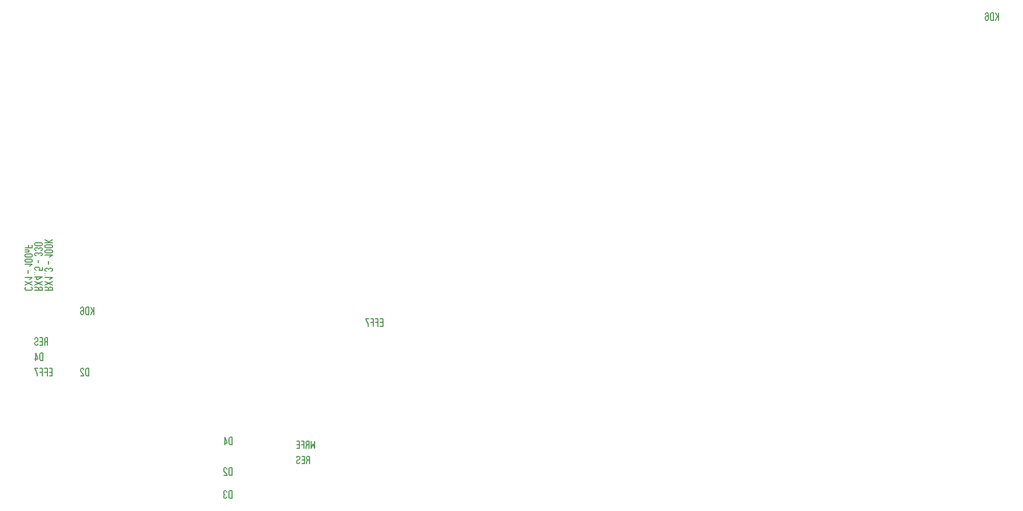
<source format=gbo>
%FSLAX34Y34*%
%MOMM*%
%LNSILK_BOTTOM_*%
G71*
G01*
%ADD10C, 0.16*%
%LPD*%
G54D10*
X376670Y607553D02*
X376670Y619998D01*
X373559Y619998D01*
X372315Y619220D01*
X371693Y617664D01*
X371693Y609887D01*
X372315Y608331D01*
X373559Y607553D01*
X376670Y607553D01*
G54D10*
X364537Y607553D02*
X364537Y619998D01*
X368270Y612220D01*
X368270Y610664D01*
X363293Y610664D01*
G54D10*
X387298Y582153D02*
X391654Y582153D01*
X391654Y594598D01*
X387298Y594598D01*
G54D10*
X391654Y588376D02*
X387298Y588376D01*
G54D10*
X383876Y582153D02*
X383876Y594598D01*
X379520Y594598D01*
G54D10*
X383876Y588376D02*
X379520Y588376D01*
G54D10*
X376098Y582153D02*
X376098Y594598D01*
X371742Y594598D01*
G54D10*
X376098Y588376D02*
X371742Y588376D01*
G54D10*
X368320Y594598D02*
X363342Y594598D01*
X363964Y593042D01*
X365209Y590709D01*
X366453Y587598D01*
X367075Y585264D01*
X367075Y582153D01*
G54D10*
X382064Y639176D02*
X380198Y637620D01*
X379575Y636064D01*
X379575Y632953D01*
G54D10*
X384553Y632953D02*
X384553Y645398D01*
X381442Y645398D01*
X380198Y644620D01*
X379575Y643064D01*
X379575Y641509D01*
X380198Y639953D01*
X381442Y639176D01*
X384553Y639176D01*
G54D10*
X371798Y632953D02*
X376153Y632953D01*
X376153Y645398D01*
X371798Y645398D01*
G54D10*
X376153Y639176D02*
X371798Y639176D01*
G54D10*
X368375Y635287D02*
X367753Y633731D01*
X366508Y632953D01*
X365264Y632953D01*
X364020Y633731D01*
X363397Y635287D01*
X363397Y636842D01*
X364020Y638398D01*
X365264Y639176D01*
X366508Y639176D01*
X367753Y639953D01*
X368375Y641509D01*
X368375Y643064D01*
X367753Y644620D01*
X366508Y645398D01*
X365264Y645398D01*
X364020Y644620D01*
X363397Y643064D01*
G54D10*
X452578Y582153D02*
X452578Y594598D01*
X449466Y594598D01*
X448222Y593820D01*
X447600Y592264D01*
X447600Y584487D01*
X448222Y582931D01*
X449466Y582153D01*
X452578Y582153D01*
G54D10*
X439200Y582153D02*
X444178Y582153D01*
X444178Y582931D01*
X443555Y584487D01*
X439822Y589153D01*
X439200Y590709D01*
X439200Y592264D01*
X439822Y593820D01*
X441066Y594598D01*
X442311Y594598D01*
X443555Y593820D01*
X444178Y592264D01*
G54D10*
X460978Y683753D02*
X460978Y696198D01*
G54D10*
X460978Y687642D02*
X456000Y696198D01*
G54D10*
X459112Y689976D02*
X456000Y683753D01*
G54D10*
X452578Y683753D02*
X452578Y696198D01*
X449467Y696198D01*
X448223Y695420D01*
X447600Y693864D01*
X447600Y686087D01*
X448223Y684531D01*
X449467Y683753D01*
X452578Y683753D01*
G54D10*
X439200Y693864D02*
X439823Y695420D01*
X441067Y696198D01*
X442312Y696198D01*
X443556Y695420D01*
X444178Y693864D01*
X444178Y689976D01*
X444178Y689198D01*
X442312Y690753D01*
X441067Y690753D01*
X439823Y689976D01*
X439200Y688420D01*
X439200Y686087D01*
X439823Y684531D01*
X441067Y683753D01*
X442312Y683753D01*
X443556Y684531D01*
X444178Y686087D01*
X444178Y689976D01*
G54D10*
X690306Y417053D02*
X690306Y429498D01*
X687194Y429498D01*
X685950Y428720D01*
X685328Y427164D01*
X685328Y419387D01*
X685950Y417831D01*
X687194Y417053D01*
X690306Y417053D01*
G54D10*
X676928Y417053D02*
X681906Y417053D01*
X681906Y417831D01*
X681283Y419387D01*
X677550Y424053D01*
X676928Y425609D01*
X676928Y427164D01*
X677550Y428720D01*
X678794Y429498D01*
X680039Y429498D01*
X681283Y428720D01*
X681906Y427164D01*
G54D10*
X690995Y467853D02*
X690995Y480298D01*
X687884Y480298D01*
X686640Y479520D01*
X686018Y477964D01*
X686018Y470187D01*
X686640Y468631D01*
X687884Y467853D01*
X690995Y467853D01*
G54D10*
X678862Y467853D02*
X678862Y480298D01*
X682595Y472520D01*
X682595Y470964D01*
X677618Y470964D01*
G54D10*
X936573Y664703D02*
X940929Y664703D01*
X940929Y677148D01*
X936573Y677148D01*
G54D10*
X940929Y670926D02*
X936573Y670926D01*
G54D10*
X933151Y664703D02*
X933151Y677148D01*
X928795Y677148D01*
G54D10*
X933151Y670926D02*
X928795Y670926D01*
G54D10*
X925373Y664703D02*
X925373Y677148D01*
X921017Y677148D01*
G54D10*
X925373Y670926D02*
X921017Y670926D01*
G54D10*
X917595Y677148D02*
X912617Y677148D01*
X913239Y675592D01*
X914484Y673259D01*
X915728Y670148D01*
X916350Y667814D01*
X916350Y664703D01*
G54D10*
X816642Y442722D02*
X814776Y441167D01*
X814154Y439611D01*
X814154Y436500D01*
G54D10*
X819131Y436500D02*
X819131Y448945D01*
X816020Y448945D01*
X814776Y448167D01*
X814154Y446611D01*
X814154Y445056D01*
X814776Y443500D01*
X816020Y442722D01*
X819131Y442722D01*
G54D10*
X806376Y436500D02*
X810731Y436500D01*
X810731Y448945D01*
X806376Y448945D01*
G54D10*
X810731Y442722D02*
X806376Y442722D01*
G54D10*
X802953Y438834D02*
X802331Y437278D01*
X801087Y436500D01*
X799842Y436500D01*
X798598Y437278D01*
X797976Y438834D01*
X797976Y440389D01*
X798598Y441945D01*
X799842Y442722D01*
X801087Y442722D01*
X802331Y443500D01*
X802953Y445056D01*
X802953Y446611D01*
X802331Y448167D01*
X801087Y448945D01*
X799842Y448945D01*
X798598Y448167D01*
X797976Y446611D01*
G54D10*
X1963148Y1172703D02*
X1963148Y1185148D01*
G54D10*
X1963148Y1176592D02*
X1958172Y1185148D01*
G54D10*
X1961282Y1178926D02*
X1958172Y1172703D01*
G54D10*
X1954749Y1172703D02*
X1954749Y1185148D01*
X1951638Y1185148D01*
X1950394Y1184370D01*
X1949772Y1182814D01*
X1949772Y1175037D01*
X1950394Y1173481D01*
X1951638Y1172703D01*
X1954749Y1172703D01*
G54D10*
X1941371Y1182814D02*
X1941994Y1184370D01*
X1943238Y1185148D01*
X1944482Y1185148D01*
X1945726Y1184370D01*
X1946349Y1182814D01*
X1946349Y1178926D01*
X1946349Y1178148D01*
X1944482Y1179703D01*
X1943238Y1179703D01*
X1941994Y1178926D01*
X1941371Y1177370D01*
X1941371Y1175037D01*
X1941994Y1173481D01*
X1943238Y1172703D01*
X1944482Y1172703D01*
X1945726Y1173481D01*
X1946349Y1175037D01*
X1946349Y1178926D01*
G54D10*
X386289Y727117D02*
X384733Y728984D01*
X383177Y729606D01*
X380066Y729606D01*
G54D10*
X380066Y724628D02*
X392511Y724628D01*
X392511Y727739D01*
X391733Y728984D01*
X390177Y729606D01*
X388622Y729606D01*
X387066Y728984D01*
X386289Y727739D01*
X386289Y724628D01*
G54D10*
X392511Y733028D02*
X380066Y739250D01*
G54D10*
X380066Y733028D02*
X392511Y739250D01*
G54D10*
X387844Y742672D02*
X392511Y745783D01*
X380066Y745783D01*
G54D10*
X380066Y749205D02*
X380066Y749205D01*
G54D10*
X380066Y752627D02*
X380066Y752627D01*
G54D10*
X390177Y756049D02*
X391733Y756672D01*
X392511Y757916D01*
X392511Y759160D01*
X391733Y760405D01*
X390177Y761027D01*
X388622Y761027D01*
X387066Y760405D01*
X386289Y759160D01*
X385511Y760405D01*
X383955Y761027D01*
X382400Y761027D01*
X380844Y760405D01*
X380066Y759160D01*
X380066Y757916D01*
X380844Y756672D01*
X382400Y756049D01*
G54D10*
X385511Y767995D02*
X385511Y772973D01*
G54D10*
X387844Y779941D02*
X392511Y783052D01*
X380066Y783052D01*
G54D10*
X390177Y791452D02*
X382400Y791452D01*
X380844Y790830D01*
X380066Y789586D01*
X380066Y788341D01*
X380844Y787096D01*
X382400Y786474D01*
X390177Y786474D01*
X391733Y787096D01*
X392511Y788341D01*
X392511Y789585D01*
X391733Y790830D01*
X390177Y791452D01*
G54D10*
X390177Y799852D02*
X382400Y799852D01*
X380844Y799230D01*
X380066Y797985D01*
X380066Y796741D01*
X380844Y795496D01*
X382400Y794874D01*
X390177Y794874D01*
X391733Y795496D01*
X392511Y796741D01*
X392511Y797985D01*
X391733Y799230D01*
X390177Y799852D01*
G54D10*
X380066Y803274D02*
X392511Y803274D01*
G54D10*
X383955Y803274D02*
X392511Y808252D01*
G54D10*
X386289Y805141D02*
X380066Y808252D01*
G54D10*
X369620Y727117D02*
X368064Y728984D01*
X366509Y729606D01*
X363398Y729606D01*
G54D10*
X363398Y724628D02*
X375842Y724628D01*
X375842Y727739D01*
X375064Y728984D01*
X373509Y729606D01*
X371953Y729606D01*
X370398Y728984D01*
X369620Y727739D01*
X369620Y724628D01*
G54D10*
X375842Y733028D02*
X363398Y739250D01*
G54D10*
X363398Y733028D02*
X375842Y739250D01*
G54D10*
X363398Y746406D02*
X375842Y746406D01*
X368064Y742672D01*
X366509Y742672D01*
X366509Y747650D01*
G54D10*
X363398Y751072D02*
X363398Y751072D01*
G54D10*
X363398Y754494D02*
X363398Y754494D01*
G54D10*
X375842Y762894D02*
X375842Y757916D01*
X370398Y757916D01*
X370398Y758538D01*
X371175Y759783D01*
X371175Y761027D01*
X370398Y762272D01*
X368842Y762894D01*
X365731Y762894D01*
X364175Y762272D01*
X363398Y761027D01*
X363398Y759783D01*
X364175Y758538D01*
X365731Y757916D01*
G54D10*
X368842Y769862D02*
X368842Y774840D01*
G54D10*
X373509Y781808D02*
X375064Y782430D01*
X375842Y783675D01*
X375842Y784920D01*
X375064Y786164D01*
X373509Y786786D01*
X371953Y786786D01*
X370398Y786164D01*
X369620Y784919D01*
X368842Y786164D01*
X367286Y786786D01*
X365731Y786786D01*
X364175Y786164D01*
X363398Y784919D01*
X363398Y783675D01*
X364175Y782430D01*
X365731Y781808D01*
G54D10*
X373509Y790208D02*
X375064Y790831D01*
X375842Y792075D01*
X375842Y793319D01*
X375064Y794564D01*
X373509Y795186D01*
X371953Y795186D01*
X370398Y794564D01*
X369620Y793319D01*
X368842Y794564D01*
X367286Y795186D01*
X365731Y795186D01*
X364175Y794564D01*
X363398Y793320D01*
X363398Y792075D01*
X364175Y790830D01*
X365731Y790208D01*
G54D10*
X373509Y803586D02*
X365731Y803586D01*
X364175Y802964D01*
X363398Y801719D01*
X363398Y800475D01*
X364175Y799231D01*
X365731Y798608D01*
X373509Y798608D01*
X375064Y799230D01*
X375842Y800475D01*
X375842Y801719D01*
X375064Y802964D01*
X373509Y803586D01*
G54D10*
X349062Y729606D02*
X347507Y728984D01*
X346729Y727739D01*
X346729Y726495D01*
X347507Y725250D01*
X349062Y724628D01*
X356840Y724628D01*
X358395Y725250D01*
X359173Y726495D01*
X359173Y727739D01*
X358395Y728984D01*
X356840Y729606D01*
G54D10*
X359173Y733028D02*
X346729Y739250D01*
G54D10*
X346729Y733028D02*
X359173Y739250D01*
G54D10*
X354507Y742672D02*
X359173Y745783D01*
X346729Y745783D01*
G54D10*
X352173Y752751D02*
X352173Y757729D01*
G54D10*
X354507Y764697D02*
X359173Y767808D01*
X346729Y767808D01*
G54D10*
X356840Y776208D02*
X349062Y776208D01*
X347507Y775586D01*
X346729Y774341D01*
X346729Y773097D01*
X347507Y771852D01*
X349062Y771230D01*
X356840Y771230D01*
X358395Y771852D01*
X359173Y773097D01*
X359173Y774341D01*
X358395Y775586D01*
X356840Y776208D01*
G54D10*
X356840Y784608D02*
X349062Y784608D01*
X347507Y783986D01*
X346729Y782741D01*
X346729Y781497D01*
X347507Y780252D01*
X349062Y779630D01*
X356840Y779630D01*
X358395Y780252D01*
X359173Y781497D01*
X359173Y782741D01*
X358395Y783986D01*
X356840Y784608D01*
G54D10*
X346729Y788030D02*
X353729Y788030D01*
G54D10*
X352173Y788030D02*
X353262Y788652D01*
X353729Y789897D01*
X353262Y791141D01*
X352173Y791764D01*
X346729Y791764D01*
G54D10*
X346729Y795185D02*
X359173Y795185D01*
X359173Y799541D01*
G54D10*
X352951Y795185D02*
X352951Y799541D01*
G54D10*
X690306Y378953D02*
X690306Y391398D01*
X687194Y391398D01*
X685950Y390620D01*
X685328Y389064D01*
X685328Y381287D01*
X685950Y379731D01*
X687194Y378953D01*
X690306Y378953D01*
G54D10*
X681906Y389064D02*
X681283Y390620D01*
X680039Y391398D01*
X678794Y391398D01*
X677550Y390620D01*
X676928Y389064D01*
X676928Y387509D01*
X677550Y385953D01*
X678794Y385176D01*
X677550Y384398D01*
X676928Y382842D01*
X676928Y381287D01*
X677550Y379731D01*
X678794Y378953D01*
X680039Y378953D01*
X681283Y379731D01*
X681906Y381287D01*
G54D10*
X828259Y474345D02*
X828259Y461900D01*
X825148Y469678D01*
X822037Y461900D01*
X822037Y474345D01*
G54D10*
X816126Y468122D02*
X814260Y466567D01*
X813638Y465011D01*
X813638Y461900D01*
G54D10*
X818615Y461900D02*
X818615Y474345D01*
X815504Y474345D01*
X814260Y473567D01*
X813638Y472011D01*
X813638Y470456D01*
X814260Y468900D01*
X815504Y468122D01*
X818615Y468122D01*
G54D10*
X810215Y461900D02*
X810215Y474345D01*
X805860Y474345D01*
G54D10*
X810215Y468122D02*
X805860Y468122D01*
G54D10*
X798082Y461900D02*
X802437Y461900D01*
X802437Y474345D01*
X798082Y474345D01*
G54D10*
X802437Y468122D02*
X798082Y468122D01*
M02*

</source>
